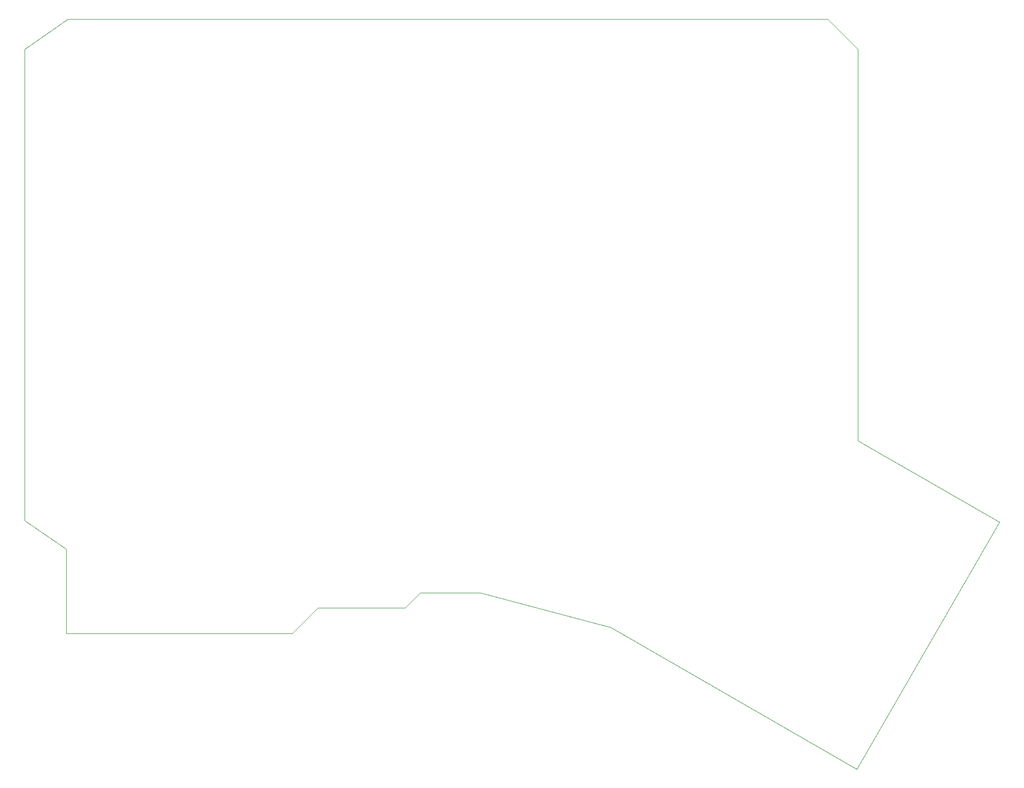
<source format=gm1>
G04 #@! TF.GenerationSoftware,KiCad,Pcbnew,(5.1.5)-3*
G04 #@! TF.CreationDate,2021-01-21T15:18:59+08:00*
G04 #@! TF.ProjectId,redox_rev1,7265646f-785f-4726-9576-312e6b696361,1.0*
G04 #@! TF.SameCoordinates,Original*
G04 #@! TF.FileFunction,Profile,NP*
%FSLAX46Y46*%
G04 Gerber Fmt 4.6, Leading zero omitted, Abs format (unit mm)*
G04 Created by KiCad (PCBNEW (5.1.5)-3) date 2021-01-21 15:18:59*
%MOMM*%
%LPD*%
G04 APERTURE LIST*
%ADD10C,0.100000*%
G04 APERTURE END LIST*
D10*
X77277000Y-53848000D02*
X84582000Y-48768000D01*
X84328000Y-138176000D02*
X77277000Y-133350000D01*
X212725000Y-48768000D02*
X84582000Y-48768000D01*
X217805000Y-53848000D02*
X217805000Y-64008000D01*
X77277000Y-53848000D02*
X77277000Y-57150000D01*
X217805000Y-53848000D02*
X212725000Y-48768000D01*
X154178000Y-145542000D02*
X144018000Y-145542000D01*
X217805000Y-119888000D02*
X241681000Y-133604000D01*
X217805000Y-64008000D02*
X217805000Y-119888000D01*
X217678000Y-175260000D02*
X241681000Y-133604000D01*
X217551000Y-175260000D02*
X217678000Y-175260000D01*
X176149000Y-151384000D02*
X154178000Y-145542000D01*
X217551000Y-175260000D02*
X176149000Y-151384000D01*
X141478000Y-148082000D02*
X144018000Y-145542000D01*
X126746000Y-148082000D02*
X141478000Y-148082000D01*
X122428000Y-152400000D02*
X126746000Y-148082000D01*
X84328000Y-152400000D02*
X122428000Y-152400000D01*
X84328000Y-138176000D02*
X84328000Y-152400000D01*
X77277000Y-57150000D02*
X77277000Y-133350000D01*
M02*

</source>
